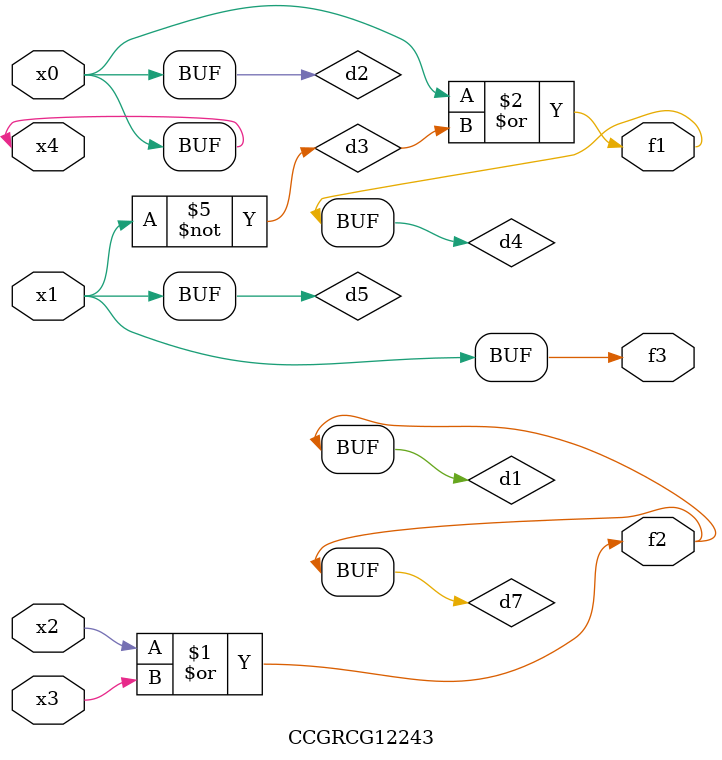
<source format=v>
module CCGRCG12243(
	input x0, x1, x2, x3, x4,
	output f1, f2, f3
);

	wire d1, d2, d3, d4, d5, d6, d7;

	or (d1, x2, x3);
	buf (d2, x0, x4);
	not (d3, x1);
	or (d4, d2, d3);
	not (d5, d3);
	nand (d6, d1, d3);
	or (d7, d1);
	assign f1 = d4;
	assign f2 = d7;
	assign f3 = d5;
endmodule

</source>
